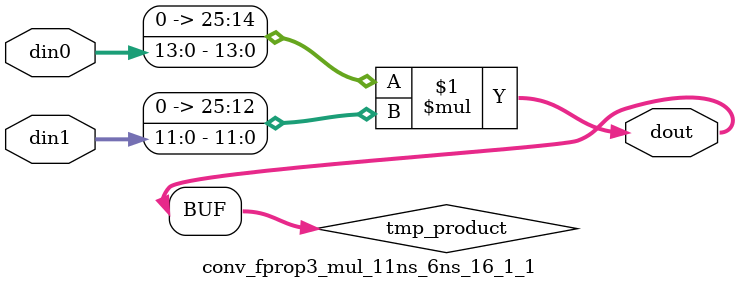
<source format=v>

`timescale 1 ns / 1 ps

 module conv_fprop3_mul_11ns_6ns_16_1_1(din0, din1, dout);
parameter ID = 1;
parameter NUM_STAGE = 0;
parameter din0_WIDTH = 14;
parameter din1_WIDTH = 12;
parameter dout_WIDTH = 26;

input [din0_WIDTH - 1 : 0] din0; 
input [din1_WIDTH - 1 : 0] din1; 
output [dout_WIDTH - 1 : 0] dout;

wire signed [dout_WIDTH - 1 : 0] tmp_product;
























assign tmp_product = $signed({1'b0, din0}) * $signed({1'b0, din1});











assign dout = tmp_product;





















endmodule

</source>
